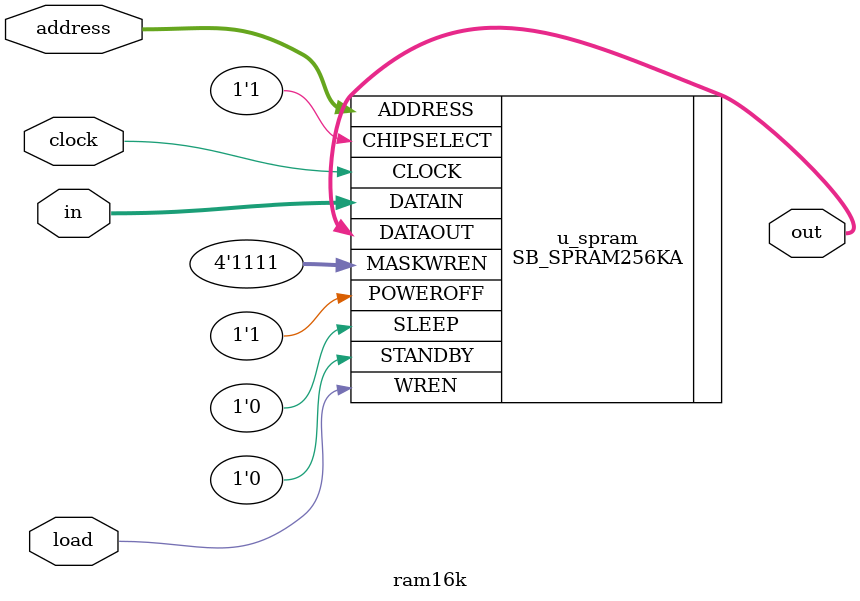
<source format=v>
`default_nettype none

module ram16k(
  input wire clock,
  input wire [15:0] in,
  input wire load,
  input wire [13:0] address,
  output wire [15:0] out
);
`ifdef SIM
// Implementation for iverilog simulator
reg [15:0] data [0:16383];
reg [15:0] data_out = 16'h0000;
assign out = data_out;
always @(posedge clock) begin
  // Read: out ready next tick
  // Write: out reflects new value the tick after next
  data_out <= data[address];
  if (load == 1'b1) begin    
    data[address] <= in;
  end
end
`else
// Hardware implementation for real hardware
SB_SPRAM256KA u_spram(
  .CLOCK(clock),
  .CHIPSELECT(1'b1),
  .WREN(load),
  .ADDRESS(address),
  .DATAIN(in),
  .MASKWREN(4'b1111), // write all 4 nibbles for the 16-bit value
  .DATAOUT(out),
  .STANDBY(1'b0),
  .SLEEP(1'b0),
  .POWEROFF(1'b1)
);
`endif
endmodule  // ram16k

</source>
